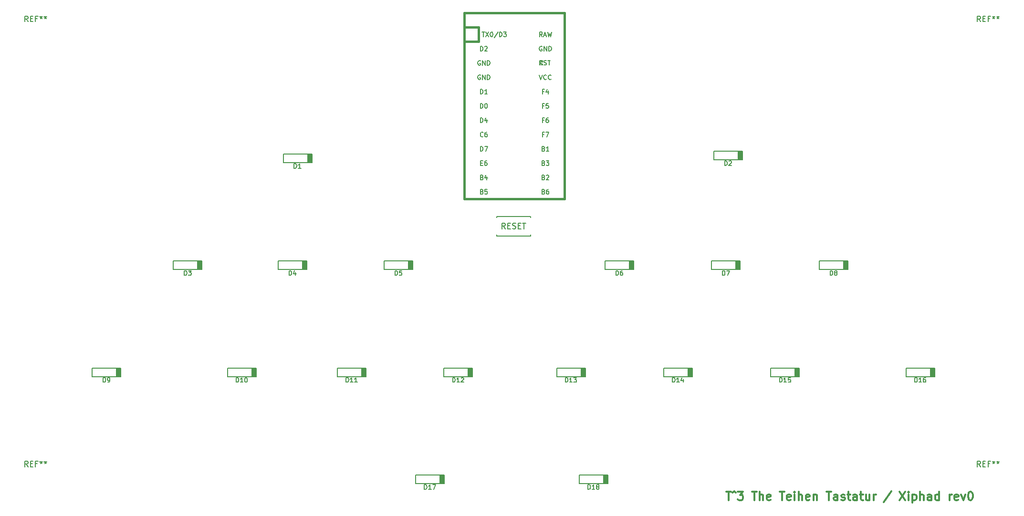
<source format=gbr>
G04 #@! TF.GenerationSoftware,KiCad,Pcbnew,(5.1.2-1)-1*
G04 #@! TF.CreationDate,2020-06-20T08:49:02+09:00*
G04 #@! TF.ProjectId,xipad,78697061-642e-46b6-9963-61645f706362,rev?*
G04 #@! TF.SameCoordinates,Original*
G04 #@! TF.FileFunction,Legend,Top*
G04 #@! TF.FilePolarity,Positive*
%FSLAX46Y46*%
G04 Gerber Fmt 4.6, Leading zero omitted, Abs format (unit mm)*
G04 Created by KiCad (PCBNEW (5.1.2-1)-1) date 2020-06-20 08:49:02*
%MOMM*%
%LPD*%
G04 APERTURE LIST*
%ADD10C,0.300000*%
%ADD11C,0.150000*%
%ADD12C,0.381000*%
G04 APERTURE END LIST*
D10*
X138535714Y-66178571D02*
X139392857Y-66178571D01*
X138964285Y-67678571D02*
X138964285Y-66178571D01*
X139678571Y-66321428D02*
X139964285Y-66107142D01*
X140250000Y-66321428D01*
X140607142Y-66178571D02*
X141535714Y-66178571D01*
X141035714Y-66750000D01*
X141250000Y-66750000D01*
X141392857Y-66821428D01*
X141464285Y-66892857D01*
X141535714Y-67035714D01*
X141535714Y-67392857D01*
X141464285Y-67535714D01*
X141392857Y-67607142D01*
X141250000Y-67678571D01*
X140821428Y-67678571D01*
X140678571Y-67607142D01*
X140607142Y-67535714D01*
X143107142Y-66178571D02*
X143964285Y-66178571D01*
X143535714Y-67678571D02*
X143535714Y-66178571D01*
X144464285Y-67678571D02*
X144464285Y-66178571D01*
X145107142Y-67678571D02*
X145107142Y-66892857D01*
X145035714Y-66750000D01*
X144892857Y-66678571D01*
X144678571Y-66678571D01*
X144535714Y-66750000D01*
X144464285Y-66821428D01*
X146392857Y-67607142D02*
X146250000Y-67678571D01*
X145964285Y-67678571D01*
X145821428Y-67607142D01*
X145750000Y-67464285D01*
X145750000Y-66892857D01*
X145821428Y-66750000D01*
X145964285Y-66678571D01*
X146250000Y-66678571D01*
X146392857Y-66750000D01*
X146464285Y-66892857D01*
X146464285Y-67035714D01*
X145750000Y-67178571D01*
X148035714Y-66178571D02*
X148892857Y-66178571D01*
X148464285Y-67678571D02*
X148464285Y-66178571D01*
X149964285Y-67607142D02*
X149821428Y-67678571D01*
X149535714Y-67678571D01*
X149392857Y-67607142D01*
X149321428Y-67464285D01*
X149321428Y-66892857D01*
X149392857Y-66750000D01*
X149535714Y-66678571D01*
X149821428Y-66678571D01*
X149964285Y-66750000D01*
X150035714Y-66892857D01*
X150035714Y-67035714D01*
X149321428Y-67178571D01*
X150678571Y-67678571D02*
X150678571Y-66678571D01*
X150678571Y-66178571D02*
X150607142Y-66250000D01*
X150678571Y-66321428D01*
X150750000Y-66250000D01*
X150678571Y-66178571D01*
X150678571Y-66321428D01*
X151392857Y-67678571D02*
X151392857Y-66178571D01*
X152035714Y-67678571D02*
X152035714Y-66892857D01*
X151964285Y-66750000D01*
X151821428Y-66678571D01*
X151607142Y-66678571D01*
X151464285Y-66750000D01*
X151392857Y-66821428D01*
X153321428Y-67607142D02*
X153178571Y-67678571D01*
X152892857Y-67678571D01*
X152750000Y-67607142D01*
X152678571Y-67464285D01*
X152678571Y-66892857D01*
X152750000Y-66750000D01*
X152892857Y-66678571D01*
X153178571Y-66678571D01*
X153321428Y-66750000D01*
X153392857Y-66892857D01*
X153392857Y-67035714D01*
X152678571Y-67178571D01*
X154035714Y-66678571D02*
X154035714Y-67678571D01*
X154035714Y-66821428D02*
X154107142Y-66750000D01*
X154250000Y-66678571D01*
X154464285Y-66678571D01*
X154607142Y-66750000D01*
X154678571Y-66892857D01*
X154678571Y-67678571D01*
X156321428Y-66178571D02*
X157178571Y-66178571D01*
X156750000Y-67678571D02*
X156750000Y-66178571D01*
X158321428Y-67678571D02*
X158321428Y-66892857D01*
X158250000Y-66750000D01*
X158107142Y-66678571D01*
X157821428Y-66678571D01*
X157678571Y-66750000D01*
X158321428Y-67607142D02*
X158178571Y-67678571D01*
X157821428Y-67678571D01*
X157678571Y-67607142D01*
X157607142Y-67464285D01*
X157607142Y-67321428D01*
X157678571Y-67178571D01*
X157821428Y-67107142D01*
X158178571Y-67107142D01*
X158321428Y-67035714D01*
X158964285Y-67607142D02*
X159107142Y-67678571D01*
X159392857Y-67678571D01*
X159535714Y-67607142D01*
X159607142Y-67464285D01*
X159607142Y-67392857D01*
X159535714Y-67250000D01*
X159392857Y-67178571D01*
X159178571Y-67178571D01*
X159035714Y-67107142D01*
X158964285Y-66964285D01*
X158964285Y-66892857D01*
X159035714Y-66750000D01*
X159178571Y-66678571D01*
X159392857Y-66678571D01*
X159535714Y-66750000D01*
X160035714Y-66678571D02*
X160607142Y-66678571D01*
X160250000Y-66178571D02*
X160250000Y-67464285D01*
X160321428Y-67607142D01*
X160464285Y-67678571D01*
X160607142Y-67678571D01*
X161750000Y-67678571D02*
X161750000Y-66892857D01*
X161678571Y-66750000D01*
X161535714Y-66678571D01*
X161250000Y-66678571D01*
X161107142Y-66750000D01*
X161750000Y-67607142D02*
X161607142Y-67678571D01*
X161250000Y-67678571D01*
X161107142Y-67607142D01*
X161035714Y-67464285D01*
X161035714Y-67321428D01*
X161107142Y-67178571D01*
X161250000Y-67107142D01*
X161607142Y-67107142D01*
X161750000Y-67035714D01*
X162250000Y-66678571D02*
X162821428Y-66678571D01*
X162464285Y-66178571D02*
X162464285Y-67464285D01*
X162535714Y-67607142D01*
X162678571Y-67678571D01*
X162821428Y-67678571D01*
X163964285Y-66678571D02*
X163964285Y-67678571D01*
X163321428Y-66678571D02*
X163321428Y-67464285D01*
X163392857Y-67607142D01*
X163535714Y-67678571D01*
X163750000Y-67678571D01*
X163892857Y-67607142D01*
X163964285Y-67535714D01*
X164678571Y-67678571D02*
X164678571Y-66678571D01*
X164678571Y-66964285D02*
X164750000Y-66821428D01*
X164821428Y-66750000D01*
X164964285Y-66678571D01*
X165107142Y-66678571D01*
X167821428Y-66107142D02*
X166535714Y-68035714D01*
X169321428Y-66178571D02*
X170321428Y-67678571D01*
X170321428Y-66178571D02*
X169321428Y-67678571D01*
X170892857Y-67678571D02*
X170892857Y-66678571D01*
X170892857Y-66178571D02*
X170821428Y-66250000D01*
X170892857Y-66321428D01*
X170964285Y-66250000D01*
X170892857Y-66178571D01*
X170892857Y-66321428D01*
X171607142Y-66678571D02*
X171607142Y-68178571D01*
X171607142Y-66750000D02*
X171750000Y-66678571D01*
X172035714Y-66678571D01*
X172178571Y-66750000D01*
X172250000Y-66821428D01*
X172321428Y-66964285D01*
X172321428Y-67392857D01*
X172250000Y-67535714D01*
X172178571Y-67607142D01*
X172035714Y-67678571D01*
X171750000Y-67678571D01*
X171607142Y-67607142D01*
X172964285Y-67678571D02*
X172964285Y-66178571D01*
X173607142Y-67678571D02*
X173607142Y-66892857D01*
X173535714Y-66750000D01*
X173392857Y-66678571D01*
X173178571Y-66678571D01*
X173035714Y-66750000D01*
X172964285Y-66821428D01*
X174964285Y-67678571D02*
X174964285Y-66892857D01*
X174892857Y-66750000D01*
X174750000Y-66678571D01*
X174464285Y-66678571D01*
X174321428Y-66750000D01*
X174964285Y-67607142D02*
X174821428Y-67678571D01*
X174464285Y-67678571D01*
X174321428Y-67607142D01*
X174250000Y-67464285D01*
X174250000Y-67321428D01*
X174321428Y-67178571D01*
X174464285Y-67107142D01*
X174821428Y-67107142D01*
X174964285Y-67035714D01*
X176321428Y-67678571D02*
X176321428Y-66178571D01*
X176321428Y-67607142D02*
X176178571Y-67678571D01*
X175892857Y-67678571D01*
X175750000Y-67607142D01*
X175678571Y-67535714D01*
X175607142Y-67392857D01*
X175607142Y-66964285D01*
X175678571Y-66821428D01*
X175750000Y-66750000D01*
X175892857Y-66678571D01*
X176178571Y-66678571D01*
X176321428Y-66750000D01*
X178178571Y-67678571D02*
X178178571Y-66678571D01*
X178178571Y-66964285D02*
X178250000Y-66821428D01*
X178321428Y-66750000D01*
X178464285Y-66678571D01*
X178607142Y-66678571D01*
X179678571Y-67607142D02*
X179535714Y-67678571D01*
X179250000Y-67678571D01*
X179107142Y-67607142D01*
X179035714Y-67464285D01*
X179035714Y-66892857D01*
X179107142Y-66750000D01*
X179250000Y-66678571D01*
X179535714Y-66678571D01*
X179678571Y-66750000D01*
X179750000Y-66892857D01*
X179750000Y-67035714D01*
X179035714Y-67178571D01*
X180250000Y-66678571D02*
X180607142Y-67678571D01*
X180964285Y-66678571D01*
X181821428Y-66178571D02*
X181964285Y-66178571D01*
X182107142Y-66250000D01*
X182178571Y-66321428D01*
X182250000Y-66464285D01*
X182321428Y-66750000D01*
X182321428Y-67107142D01*
X182250000Y-67392857D01*
X182178571Y-67535714D01*
X182107142Y-67607142D01*
X181964285Y-67678571D01*
X181821428Y-67678571D01*
X181678571Y-67607142D01*
X181607142Y-67535714D01*
X181535714Y-67392857D01*
X181464285Y-67107142D01*
X181464285Y-66750000D01*
X181535714Y-66464285D01*
X181607142Y-66321428D01*
X181678571Y-66250000D01*
X181821428Y-66178571D01*
D11*
X97812600Y-20800000D02*
X103812600Y-20800000D01*
X103812600Y-20800000D02*
X103812600Y-20550000D01*
X97812600Y-20800000D02*
X97812600Y-20550000D01*
X97812600Y-17300000D02*
X97812600Y-17550000D01*
X97812600Y-17300000D02*
X103812600Y-17300000D01*
X103812600Y-17300000D02*
X103812600Y-17550000D01*
X64278000Y-7762000D02*
X64278000Y-6238000D01*
X64405000Y-7762000D02*
X64405000Y-6238000D01*
X64532000Y-6238000D02*
X64532000Y-7762000D01*
X64913000Y-7762000D02*
X64913000Y-6238000D01*
X64786000Y-6238000D02*
X64786000Y-7762000D01*
X64659000Y-7762000D02*
X64659000Y-6238000D01*
X59960000Y-7762000D02*
X60468000Y-7762000D01*
X59960000Y-6238000D02*
X59960000Y-7762000D01*
X65040000Y-6238000D02*
X59960000Y-6238000D01*
X65040000Y-7762000D02*
X65040000Y-6238000D01*
X59960000Y-7762000D02*
X65040000Y-7762000D01*
X136360000Y-7262000D02*
X141440000Y-7262000D01*
X141440000Y-7262000D02*
X141440000Y-5738000D01*
X141440000Y-5738000D02*
X136360000Y-5738000D01*
X136360000Y-5738000D02*
X136360000Y-7262000D01*
X136360000Y-7262000D02*
X136868000Y-7262000D01*
X141059000Y-7262000D02*
X141059000Y-5738000D01*
X141186000Y-5738000D02*
X141186000Y-7262000D01*
X141313000Y-7262000D02*
X141313000Y-5738000D01*
X140932000Y-5738000D02*
X140932000Y-7262000D01*
X140805000Y-7262000D02*
X140805000Y-5738000D01*
X140678000Y-7262000D02*
X140678000Y-5738000D01*
X44778000Y-26762000D02*
X44778000Y-25238000D01*
X44905000Y-26762000D02*
X44905000Y-25238000D01*
X45032000Y-25238000D02*
X45032000Y-26762000D01*
X45413000Y-26762000D02*
X45413000Y-25238000D01*
X45286000Y-25238000D02*
X45286000Y-26762000D01*
X45159000Y-26762000D02*
X45159000Y-25238000D01*
X40460000Y-26762000D02*
X40968000Y-26762000D01*
X40460000Y-25238000D02*
X40460000Y-26762000D01*
X45540000Y-25238000D02*
X40460000Y-25238000D01*
X45540000Y-26762000D02*
X45540000Y-25238000D01*
X40460000Y-26762000D02*
X45540000Y-26762000D01*
X63378000Y-26762000D02*
X63378000Y-25238000D01*
X63505000Y-26762000D02*
X63505000Y-25238000D01*
X63632000Y-25238000D02*
X63632000Y-26762000D01*
X64013000Y-26762000D02*
X64013000Y-25238000D01*
X63886000Y-25238000D02*
X63886000Y-26762000D01*
X63759000Y-26762000D02*
X63759000Y-25238000D01*
X59060000Y-26762000D02*
X59568000Y-26762000D01*
X59060000Y-25238000D02*
X59060000Y-26762000D01*
X64140000Y-25238000D02*
X59060000Y-25238000D01*
X64140000Y-26762000D02*
X64140000Y-25238000D01*
X59060000Y-26762000D02*
X64140000Y-26762000D01*
X77860000Y-26762000D02*
X82940000Y-26762000D01*
X82940000Y-26762000D02*
X82940000Y-25238000D01*
X82940000Y-25238000D02*
X77860000Y-25238000D01*
X77860000Y-25238000D02*
X77860000Y-26762000D01*
X77860000Y-26762000D02*
X78368000Y-26762000D01*
X82559000Y-26762000D02*
X82559000Y-25238000D01*
X82686000Y-25238000D02*
X82686000Y-26762000D01*
X82813000Y-26762000D02*
X82813000Y-25238000D01*
X82432000Y-25238000D02*
X82432000Y-26762000D01*
X82305000Y-26762000D02*
X82305000Y-25238000D01*
X82178000Y-26762000D02*
X82178000Y-25238000D01*
X117060000Y-26762000D02*
X122140000Y-26762000D01*
X122140000Y-26762000D02*
X122140000Y-25238000D01*
X122140000Y-25238000D02*
X117060000Y-25238000D01*
X117060000Y-25238000D02*
X117060000Y-26762000D01*
X117060000Y-26762000D02*
X117568000Y-26762000D01*
X121759000Y-26762000D02*
X121759000Y-25238000D01*
X121886000Y-25238000D02*
X121886000Y-26762000D01*
X122013000Y-26762000D02*
X122013000Y-25238000D01*
X121632000Y-25238000D02*
X121632000Y-26762000D01*
X121505000Y-26762000D02*
X121505000Y-25238000D01*
X121378000Y-26762000D02*
X121378000Y-25238000D01*
X135960000Y-26762000D02*
X141040000Y-26762000D01*
X141040000Y-26762000D02*
X141040000Y-25238000D01*
X141040000Y-25238000D02*
X135960000Y-25238000D01*
X135960000Y-25238000D02*
X135960000Y-26762000D01*
X135960000Y-26762000D02*
X136468000Y-26762000D01*
X140659000Y-26762000D02*
X140659000Y-25238000D01*
X140786000Y-25238000D02*
X140786000Y-26762000D01*
X140913000Y-26762000D02*
X140913000Y-25238000D01*
X140532000Y-25238000D02*
X140532000Y-26762000D01*
X140405000Y-26762000D02*
X140405000Y-25238000D01*
X140278000Y-26762000D02*
X140278000Y-25238000D01*
X155060000Y-26762000D02*
X160140000Y-26762000D01*
X160140000Y-26762000D02*
X160140000Y-25238000D01*
X160140000Y-25238000D02*
X155060000Y-25238000D01*
X155060000Y-25238000D02*
X155060000Y-26762000D01*
X155060000Y-26762000D02*
X155568000Y-26762000D01*
X159759000Y-26762000D02*
X159759000Y-25238000D01*
X159886000Y-25238000D02*
X159886000Y-26762000D01*
X160013000Y-26762000D02*
X160013000Y-25238000D01*
X159632000Y-25238000D02*
X159632000Y-26762000D01*
X159505000Y-26762000D02*
X159505000Y-25238000D01*
X159378000Y-26762000D02*
X159378000Y-25238000D01*
X30378000Y-45762000D02*
X30378000Y-44238000D01*
X30505000Y-45762000D02*
X30505000Y-44238000D01*
X30632000Y-44238000D02*
X30632000Y-45762000D01*
X31013000Y-45762000D02*
X31013000Y-44238000D01*
X30886000Y-44238000D02*
X30886000Y-45762000D01*
X30759000Y-45762000D02*
X30759000Y-44238000D01*
X26060000Y-45762000D02*
X26568000Y-45762000D01*
X26060000Y-44238000D02*
X26060000Y-45762000D01*
X31140000Y-44238000D02*
X26060000Y-44238000D01*
X31140000Y-45762000D02*
X31140000Y-44238000D01*
X26060000Y-45762000D02*
X31140000Y-45762000D01*
X54378000Y-45762000D02*
X54378000Y-44238000D01*
X54505000Y-45762000D02*
X54505000Y-44238000D01*
X54632000Y-44238000D02*
X54632000Y-45762000D01*
X55013000Y-45762000D02*
X55013000Y-44238000D01*
X54886000Y-44238000D02*
X54886000Y-45762000D01*
X54759000Y-45762000D02*
X54759000Y-44238000D01*
X50060000Y-45762000D02*
X50568000Y-45762000D01*
X50060000Y-44238000D02*
X50060000Y-45762000D01*
X55140000Y-44238000D02*
X50060000Y-44238000D01*
X55140000Y-45762000D02*
X55140000Y-44238000D01*
X50060000Y-45762000D02*
X55140000Y-45762000D01*
X73878000Y-45762000D02*
X73878000Y-44238000D01*
X74005000Y-45762000D02*
X74005000Y-44238000D01*
X74132000Y-44238000D02*
X74132000Y-45762000D01*
X74513000Y-45762000D02*
X74513000Y-44238000D01*
X74386000Y-44238000D02*
X74386000Y-45762000D01*
X74259000Y-45762000D02*
X74259000Y-44238000D01*
X69560000Y-45762000D02*
X70068000Y-45762000D01*
X69560000Y-44238000D02*
X69560000Y-45762000D01*
X74640000Y-44238000D02*
X69560000Y-44238000D01*
X74640000Y-45762000D02*
X74640000Y-44238000D01*
X69560000Y-45762000D02*
X74640000Y-45762000D01*
X92778000Y-45762000D02*
X92778000Y-44238000D01*
X92905000Y-45762000D02*
X92905000Y-44238000D01*
X93032000Y-44238000D02*
X93032000Y-45762000D01*
X93413000Y-45762000D02*
X93413000Y-44238000D01*
X93286000Y-44238000D02*
X93286000Y-45762000D01*
X93159000Y-45762000D02*
X93159000Y-44238000D01*
X88460000Y-45762000D02*
X88968000Y-45762000D01*
X88460000Y-44238000D02*
X88460000Y-45762000D01*
X93540000Y-44238000D02*
X88460000Y-44238000D01*
X93540000Y-45762000D02*
X93540000Y-44238000D01*
X88460000Y-45762000D02*
X93540000Y-45762000D01*
X112778000Y-45762000D02*
X112778000Y-44238000D01*
X112905000Y-45762000D02*
X112905000Y-44238000D01*
X113032000Y-44238000D02*
X113032000Y-45762000D01*
X113413000Y-45762000D02*
X113413000Y-44238000D01*
X113286000Y-44238000D02*
X113286000Y-45762000D01*
X113159000Y-45762000D02*
X113159000Y-44238000D01*
X108460000Y-45762000D02*
X108968000Y-45762000D01*
X108460000Y-44238000D02*
X108460000Y-45762000D01*
X113540000Y-44238000D02*
X108460000Y-44238000D01*
X113540000Y-45762000D02*
X113540000Y-44238000D01*
X108460000Y-45762000D02*
X113540000Y-45762000D01*
X127460000Y-45762000D02*
X132540000Y-45762000D01*
X132540000Y-45762000D02*
X132540000Y-44238000D01*
X132540000Y-44238000D02*
X127460000Y-44238000D01*
X127460000Y-44238000D02*
X127460000Y-45762000D01*
X127460000Y-45762000D02*
X127968000Y-45762000D01*
X132159000Y-45762000D02*
X132159000Y-44238000D01*
X132286000Y-44238000D02*
X132286000Y-45762000D01*
X132413000Y-45762000D02*
X132413000Y-44238000D01*
X132032000Y-44238000D02*
X132032000Y-45762000D01*
X131905000Y-45762000D02*
X131905000Y-44238000D01*
X131778000Y-45762000D02*
X131778000Y-44238000D01*
X146460000Y-45762000D02*
X151540000Y-45762000D01*
X151540000Y-45762000D02*
X151540000Y-44238000D01*
X151540000Y-44238000D02*
X146460000Y-44238000D01*
X146460000Y-44238000D02*
X146460000Y-45762000D01*
X146460000Y-45762000D02*
X146968000Y-45762000D01*
X151159000Y-45762000D02*
X151159000Y-44238000D01*
X151286000Y-44238000D02*
X151286000Y-45762000D01*
X151413000Y-45762000D02*
X151413000Y-44238000D01*
X151032000Y-44238000D02*
X151032000Y-45762000D01*
X150905000Y-45762000D02*
X150905000Y-44238000D01*
X150778000Y-45762000D02*
X150778000Y-44238000D01*
X170460000Y-45762000D02*
X175540000Y-45762000D01*
X175540000Y-45762000D02*
X175540000Y-44238000D01*
X175540000Y-44238000D02*
X170460000Y-44238000D01*
X170460000Y-44238000D02*
X170460000Y-45762000D01*
X170460000Y-45762000D02*
X170968000Y-45762000D01*
X175159000Y-45762000D02*
X175159000Y-44238000D01*
X175286000Y-44238000D02*
X175286000Y-45762000D01*
X175413000Y-45762000D02*
X175413000Y-44238000D01*
X175032000Y-44238000D02*
X175032000Y-45762000D01*
X174905000Y-45762000D02*
X174905000Y-44238000D01*
X174778000Y-45762000D02*
X174778000Y-44238000D01*
X87778000Y-64762000D02*
X87778000Y-63238000D01*
X87905000Y-64762000D02*
X87905000Y-63238000D01*
X88032000Y-63238000D02*
X88032000Y-64762000D01*
X88413000Y-64762000D02*
X88413000Y-63238000D01*
X88286000Y-63238000D02*
X88286000Y-64762000D01*
X88159000Y-64762000D02*
X88159000Y-63238000D01*
X83460000Y-64762000D02*
X83968000Y-64762000D01*
X83460000Y-63238000D02*
X83460000Y-64762000D01*
X88540000Y-63238000D02*
X83460000Y-63238000D01*
X88540000Y-64762000D02*
X88540000Y-63238000D01*
X83460000Y-64762000D02*
X88540000Y-64762000D01*
X112460000Y-64762000D02*
X117540000Y-64762000D01*
X117540000Y-64762000D02*
X117540000Y-63238000D01*
X117540000Y-63238000D02*
X112460000Y-63238000D01*
X112460000Y-63238000D02*
X112460000Y-64762000D01*
X112460000Y-64762000D02*
X112968000Y-64762000D01*
X117159000Y-64762000D02*
X117159000Y-63238000D01*
X117286000Y-63238000D02*
X117286000Y-64762000D01*
X117413000Y-64762000D02*
X117413000Y-63238000D01*
X117032000Y-63238000D02*
X117032000Y-64762000D01*
X116905000Y-64762000D02*
X116905000Y-63238000D01*
X116778000Y-64762000D02*
X116778000Y-63238000D01*
D12*
X92110000Y16240000D02*
X92110000Y-14240000D01*
X92110000Y-14240000D02*
X109890000Y-14240000D01*
X109890000Y-14240000D02*
X109890000Y16240000D01*
X94650000Y16240000D02*
X94650000Y13700000D01*
X94650000Y13700000D02*
X92110000Y13700000D01*
D11*
G36*
X105931568Y10360640D02*
G01*
X105931568Y10060640D01*
X105831568Y10060640D01*
X105831568Y10360640D01*
X105931568Y10360640D01*
G37*
X105931568Y10360640D02*
X105931568Y10060640D01*
X105831568Y10060640D01*
X105831568Y10360640D01*
X105931568Y10360640D01*
G36*
X105731568Y9960640D02*
G01*
X105731568Y9860640D01*
X105631568Y9860640D01*
X105631568Y9960640D01*
X105731568Y9960640D01*
G37*
X105731568Y9960640D02*
X105731568Y9860640D01*
X105631568Y9860640D01*
X105631568Y9960640D01*
X105731568Y9960640D01*
G36*
X105931568Y10360640D02*
G01*
X105931568Y10260640D01*
X105431568Y10260640D01*
X105431568Y10360640D01*
X105931568Y10360640D01*
G37*
X105931568Y10360640D02*
X105931568Y10260640D01*
X105431568Y10260640D01*
X105431568Y10360640D01*
X105931568Y10360640D01*
G36*
X105531568Y10360640D02*
G01*
X105531568Y9560640D01*
X105431568Y9560640D01*
X105431568Y10360640D01*
X105531568Y10360640D01*
G37*
X105531568Y10360640D02*
X105531568Y9560640D01*
X105431568Y9560640D01*
X105431568Y10360640D01*
X105531568Y10360640D01*
G36*
X105931568Y9760640D02*
G01*
X105931568Y9560640D01*
X105831568Y9560640D01*
X105831568Y9760640D01*
X105931568Y9760640D01*
G37*
X105931568Y9760640D02*
X105931568Y9560640D01*
X105831568Y9560640D01*
X105831568Y9760640D01*
X105931568Y9760640D01*
D12*
X109890000Y16240000D02*
X109890000Y18780000D01*
X109890000Y18780000D02*
X92110000Y18780000D01*
X92110000Y18780000D02*
X92110000Y16240000D01*
X94650000Y16240000D02*
X92110000Y16240000D01*
D11*
X99360219Y-19502380D02*
X99026885Y-19026190D01*
X98788790Y-19502380D02*
X98788790Y-18502380D01*
X99169742Y-18502380D01*
X99264980Y-18550000D01*
X99312600Y-18597619D01*
X99360219Y-18692857D01*
X99360219Y-18835714D01*
X99312600Y-18930952D01*
X99264980Y-18978571D01*
X99169742Y-19026190D01*
X98788790Y-19026190D01*
X99788790Y-18978571D02*
X100122123Y-18978571D01*
X100264980Y-19502380D02*
X99788790Y-19502380D01*
X99788790Y-18502380D01*
X100264980Y-18502380D01*
X100645933Y-19454761D02*
X100788790Y-19502380D01*
X101026885Y-19502380D01*
X101122123Y-19454761D01*
X101169742Y-19407142D01*
X101217361Y-19311904D01*
X101217361Y-19216666D01*
X101169742Y-19121428D01*
X101122123Y-19073809D01*
X101026885Y-19026190D01*
X100836409Y-18978571D01*
X100741171Y-18930952D01*
X100693552Y-18883333D01*
X100645933Y-18788095D01*
X100645933Y-18692857D01*
X100693552Y-18597619D01*
X100741171Y-18550000D01*
X100836409Y-18502380D01*
X101074504Y-18502380D01*
X101217361Y-18550000D01*
X101645933Y-18978571D02*
X101979266Y-18978571D01*
X102122123Y-19502380D02*
X101645933Y-19502380D01*
X101645933Y-18502380D01*
X102122123Y-18502380D01*
X102407838Y-18502380D02*
X102979266Y-18502380D01*
X102693552Y-19502380D02*
X102693552Y-18502380D01*
X183666666Y17247619D02*
X183333333Y17723809D01*
X183095238Y17247619D02*
X183095238Y18247619D01*
X183476190Y18247619D01*
X183571428Y18200000D01*
X183619047Y18152380D01*
X183666666Y18057142D01*
X183666666Y17914285D01*
X183619047Y17819047D01*
X183571428Y17771428D01*
X183476190Y17723809D01*
X183095238Y17723809D01*
X184095238Y17771428D02*
X184428571Y17771428D01*
X184571428Y17247619D02*
X184095238Y17247619D01*
X184095238Y18247619D01*
X184571428Y18247619D01*
X185333333Y17771428D02*
X185000000Y17771428D01*
X185000000Y17247619D02*
X185000000Y18247619D01*
X185476190Y18247619D01*
X186000000Y18247619D02*
X186000000Y18009523D01*
X185761904Y18104761D02*
X186000000Y18009523D01*
X186238095Y18104761D01*
X185857142Y17819047D02*
X186000000Y18009523D01*
X186142857Y17819047D01*
X186761904Y18247619D02*
X186761904Y18009523D01*
X186523809Y18104761D02*
X186761904Y18009523D01*
X187000000Y18104761D01*
X186619047Y17819047D02*
X186761904Y18009523D01*
X186904761Y17819047D01*
X183666666Y-61752380D02*
X183333333Y-61276190D01*
X183095238Y-61752380D02*
X183095238Y-60752380D01*
X183476190Y-60752380D01*
X183571428Y-60800000D01*
X183619047Y-60847619D01*
X183666666Y-60942857D01*
X183666666Y-61085714D01*
X183619047Y-61180952D01*
X183571428Y-61228571D01*
X183476190Y-61276190D01*
X183095238Y-61276190D01*
X184095238Y-61228571D02*
X184428571Y-61228571D01*
X184571428Y-61752380D02*
X184095238Y-61752380D01*
X184095238Y-60752380D01*
X184571428Y-60752380D01*
X185333333Y-61228571D02*
X185000000Y-61228571D01*
X185000000Y-61752380D02*
X185000000Y-60752380D01*
X185476190Y-60752380D01*
X186000000Y-60752380D02*
X186000000Y-60990476D01*
X185761904Y-60895238D02*
X186000000Y-60990476D01*
X186238095Y-60895238D01*
X185857142Y-61180952D02*
X186000000Y-60990476D01*
X186142857Y-61180952D01*
X186761904Y-60752380D02*
X186761904Y-60990476D01*
X186523809Y-60895238D02*
X186761904Y-60990476D01*
X187000000Y-60895238D01*
X186619047Y-61180952D02*
X186761904Y-60990476D01*
X186904761Y-61180952D01*
X14666666Y-61752380D02*
X14333333Y-61276190D01*
X14095238Y-61752380D02*
X14095238Y-60752380D01*
X14476190Y-60752380D01*
X14571428Y-60800000D01*
X14619047Y-60847619D01*
X14666666Y-60942857D01*
X14666666Y-61085714D01*
X14619047Y-61180952D01*
X14571428Y-61228571D01*
X14476190Y-61276190D01*
X14095238Y-61276190D01*
X15095238Y-61228571D02*
X15428571Y-61228571D01*
X15571428Y-61752380D02*
X15095238Y-61752380D01*
X15095238Y-60752380D01*
X15571428Y-60752380D01*
X16333333Y-61228571D02*
X16000000Y-61228571D01*
X16000000Y-61752380D02*
X16000000Y-60752380D01*
X16476190Y-60752380D01*
X17000000Y-60752380D02*
X17000000Y-60990476D01*
X16761904Y-60895238D02*
X17000000Y-60990476D01*
X17238095Y-60895238D01*
X16857142Y-61180952D02*
X17000000Y-60990476D01*
X17142857Y-61180952D01*
X17761904Y-60752380D02*
X17761904Y-60990476D01*
X17523809Y-60895238D02*
X17761904Y-60990476D01*
X18000000Y-60895238D01*
X17619047Y-61180952D02*
X17761904Y-60990476D01*
X17904761Y-61180952D01*
X14666666Y17247619D02*
X14333333Y17723809D01*
X14095238Y17247619D02*
X14095238Y18247619D01*
X14476190Y18247619D01*
X14571428Y18200000D01*
X14619047Y18152380D01*
X14666666Y18057142D01*
X14666666Y17914285D01*
X14619047Y17819047D01*
X14571428Y17771428D01*
X14476190Y17723809D01*
X14095238Y17723809D01*
X15095238Y17771428D02*
X15428571Y17771428D01*
X15571428Y17247619D02*
X15095238Y17247619D01*
X15095238Y18247619D01*
X15571428Y18247619D01*
X16333333Y17771428D02*
X16000000Y17771428D01*
X16000000Y17247619D02*
X16000000Y18247619D01*
X16476190Y18247619D01*
X17000000Y18247619D02*
X17000000Y18009523D01*
X16761904Y18104761D02*
X17000000Y18009523D01*
X17238095Y18104761D01*
X16857142Y17819047D02*
X17000000Y18009523D01*
X17142857Y17819047D01*
X17761904Y18247619D02*
X17761904Y18009523D01*
X17523809Y18104761D02*
X17761904Y18009523D01*
X18000000Y18104761D01*
X17619047Y17819047D02*
X17761904Y18009523D01*
X17904761Y17819047D01*
X61884123Y-8761904D02*
X61884123Y-7961904D01*
X62074600Y-7961904D01*
X62188885Y-8000000D01*
X62265076Y-8076190D01*
X62303171Y-8152380D01*
X62341266Y-8304761D01*
X62341266Y-8419047D01*
X62303171Y-8571428D01*
X62265076Y-8647619D01*
X62188885Y-8723809D01*
X62074600Y-8761904D01*
X61884123Y-8761904D01*
X63103171Y-8761904D02*
X62646028Y-8761904D01*
X62874600Y-8761904D02*
X62874600Y-7961904D01*
X62798409Y-8076190D01*
X62722219Y-8152380D01*
X62646028Y-8190476D01*
X138284123Y-8261904D02*
X138284123Y-7461904D01*
X138474600Y-7461904D01*
X138588885Y-7500000D01*
X138665076Y-7576190D01*
X138703171Y-7652380D01*
X138741266Y-7804761D01*
X138741266Y-7919047D01*
X138703171Y-8071428D01*
X138665076Y-8147619D01*
X138588885Y-8223809D01*
X138474600Y-8261904D01*
X138284123Y-8261904D01*
X139046028Y-7538095D02*
X139084123Y-7500000D01*
X139160314Y-7461904D01*
X139350790Y-7461904D01*
X139426980Y-7500000D01*
X139465076Y-7538095D01*
X139503171Y-7614285D01*
X139503171Y-7690476D01*
X139465076Y-7804761D01*
X139007933Y-8261904D01*
X139503171Y-8261904D01*
X42384123Y-27761904D02*
X42384123Y-26961904D01*
X42574600Y-26961904D01*
X42688885Y-27000000D01*
X42765076Y-27076190D01*
X42803171Y-27152380D01*
X42841266Y-27304761D01*
X42841266Y-27419047D01*
X42803171Y-27571428D01*
X42765076Y-27647619D01*
X42688885Y-27723809D01*
X42574600Y-27761904D01*
X42384123Y-27761904D01*
X43107933Y-26961904D02*
X43603171Y-26961904D01*
X43336504Y-27266666D01*
X43450790Y-27266666D01*
X43526980Y-27304761D01*
X43565076Y-27342857D01*
X43603171Y-27419047D01*
X43603171Y-27609523D01*
X43565076Y-27685714D01*
X43526980Y-27723809D01*
X43450790Y-27761904D01*
X43222219Y-27761904D01*
X43146028Y-27723809D01*
X43107933Y-27685714D01*
X60984123Y-27761904D02*
X60984123Y-26961904D01*
X61174600Y-26961904D01*
X61288885Y-27000000D01*
X61365076Y-27076190D01*
X61403171Y-27152380D01*
X61441266Y-27304761D01*
X61441266Y-27419047D01*
X61403171Y-27571428D01*
X61365076Y-27647619D01*
X61288885Y-27723809D01*
X61174600Y-27761904D01*
X60984123Y-27761904D01*
X62126980Y-27228571D02*
X62126980Y-27761904D01*
X61936504Y-26923809D02*
X61746028Y-27495238D01*
X62241266Y-27495238D01*
X79784123Y-27761904D02*
X79784123Y-26961904D01*
X79974600Y-26961904D01*
X80088885Y-27000000D01*
X80165076Y-27076190D01*
X80203171Y-27152380D01*
X80241266Y-27304761D01*
X80241266Y-27419047D01*
X80203171Y-27571428D01*
X80165076Y-27647619D01*
X80088885Y-27723809D01*
X79974600Y-27761904D01*
X79784123Y-27761904D01*
X80965076Y-26961904D02*
X80584123Y-26961904D01*
X80546028Y-27342857D01*
X80584123Y-27304761D01*
X80660314Y-27266666D01*
X80850790Y-27266666D01*
X80926980Y-27304761D01*
X80965076Y-27342857D01*
X81003171Y-27419047D01*
X81003171Y-27609523D01*
X80965076Y-27685714D01*
X80926980Y-27723809D01*
X80850790Y-27761904D01*
X80660314Y-27761904D01*
X80584123Y-27723809D01*
X80546028Y-27685714D01*
X118984123Y-27761904D02*
X118984123Y-26961904D01*
X119174600Y-26961904D01*
X119288885Y-27000000D01*
X119365076Y-27076190D01*
X119403171Y-27152380D01*
X119441266Y-27304761D01*
X119441266Y-27419047D01*
X119403171Y-27571428D01*
X119365076Y-27647619D01*
X119288885Y-27723809D01*
X119174600Y-27761904D01*
X118984123Y-27761904D01*
X120126980Y-26961904D02*
X119974600Y-26961904D01*
X119898409Y-27000000D01*
X119860314Y-27038095D01*
X119784123Y-27152380D01*
X119746028Y-27304761D01*
X119746028Y-27609523D01*
X119784123Y-27685714D01*
X119822219Y-27723809D01*
X119898409Y-27761904D01*
X120050790Y-27761904D01*
X120126980Y-27723809D01*
X120165076Y-27685714D01*
X120203171Y-27609523D01*
X120203171Y-27419047D01*
X120165076Y-27342857D01*
X120126980Y-27304761D01*
X120050790Y-27266666D01*
X119898409Y-27266666D01*
X119822219Y-27304761D01*
X119784123Y-27342857D01*
X119746028Y-27419047D01*
X137884123Y-27761904D02*
X137884123Y-26961904D01*
X138074600Y-26961904D01*
X138188885Y-27000000D01*
X138265076Y-27076190D01*
X138303171Y-27152380D01*
X138341266Y-27304761D01*
X138341266Y-27419047D01*
X138303171Y-27571428D01*
X138265076Y-27647619D01*
X138188885Y-27723809D01*
X138074600Y-27761904D01*
X137884123Y-27761904D01*
X138607933Y-26961904D02*
X139141266Y-26961904D01*
X138798409Y-27761904D01*
X156984123Y-27761904D02*
X156984123Y-26961904D01*
X157174600Y-26961904D01*
X157288885Y-27000000D01*
X157365076Y-27076190D01*
X157403171Y-27152380D01*
X157441266Y-27304761D01*
X157441266Y-27419047D01*
X157403171Y-27571428D01*
X157365076Y-27647619D01*
X157288885Y-27723809D01*
X157174600Y-27761904D01*
X156984123Y-27761904D01*
X157898409Y-27304761D02*
X157822219Y-27266666D01*
X157784123Y-27228571D01*
X157746028Y-27152380D01*
X157746028Y-27114285D01*
X157784123Y-27038095D01*
X157822219Y-27000000D01*
X157898409Y-26961904D01*
X158050790Y-26961904D01*
X158126980Y-27000000D01*
X158165076Y-27038095D01*
X158203171Y-27114285D01*
X158203171Y-27152380D01*
X158165076Y-27228571D01*
X158126980Y-27266666D01*
X158050790Y-27304761D01*
X157898409Y-27304761D01*
X157822219Y-27342857D01*
X157784123Y-27380952D01*
X157746028Y-27457142D01*
X157746028Y-27609523D01*
X157784123Y-27685714D01*
X157822219Y-27723809D01*
X157898409Y-27761904D01*
X158050790Y-27761904D01*
X158126980Y-27723809D01*
X158165076Y-27685714D01*
X158203171Y-27609523D01*
X158203171Y-27457142D01*
X158165076Y-27380952D01*
X158126980Y-27342857D01*
X158050790Y-27304761D01*
X27984123Y-46761904D02*
X27984123Y-45961904D01*
X28174600Y-45961904D01*
X28288885Y-46000000D01*
X28365076Y-46076190D01*
X28403171Y-46152380D01*
X28441266Y-46304761D01*
X28441266Y-46419047D01*
X28403171Y-46571428D01*
X28365076Y-46647619D01*
X28288885Y-46723809D01*
X28174600Y-46761904D01*
X27984123Y-46761904D01*
X28822219Y-46761904D02*
X28974600Y-46761904D01*
X29050790Y-46723809D01*
X29088885Y-46685714D01*
X29165076Y-46571428D01*
X29203171Y-46419047D01*
X29203171Y-46114285D01*
X29165076Y-46038095D01*
X29126980Y-46000000D01*
X29050790Y-45961904D01*
X28898409Y-45961904D01*
X28822219Y-46000000D01*
X28784123Y-46038095D01*
X28746028Y-46114285D01*
X28746028Y-46304761D01*
X28784123Y-46380952D01*
X28822219Y-46419047D01*
X28898409Y-46457142D01*
X29050790Y-46457142D01*
X29126980Y-46419047D01*
X29165076Y-46380952D01*
X29203171Y-46304761D01*
X51603171Y-46761904D02*
X51603171Y-45961904D01*
X51793647Y-45961904D01*
X51907933Y-46000000D01*
X51984123Y-46076190D01*
X52022219Y-46152380D01*
X52060314Y-46304761D01*
X52060314Y-46419047D01*
X52022219Y-46571428D01*
X51984123Y-46647619D01*
X51907933Y-46723809D01*
X51793647Y-46761904D01*
X51603171Y-46761904D01*
X52822219Y-46761904D02*
X52365076Y-46761904D01*
X52593647Y-46761904D02*
X52593647Y-45961904D01*
X52517457Y-46076190D01*
X52441266Y-46152380D01*
X52365076Y-46190476D01*
X53317457Y-45961904D02*
X53393647Y-45961904D01*
X53469838Y-46000000D01*
X53507933Y-46038095D01*
X53546028Y-46114285D01*
X53584123Y-46266666D01*
X53584123Y-46457142D01*
X53546028Y-46609523D01*
X53507933Y-46685714D01*
X53469838Y-46723809D01*
X53393647Y-46761904D01*
X53317457Y-46761904D01*
X53241266Y-46723809D01*
X53203171Y-46685714D01*
X53165076Y-46609523D01*
X53126980Y-46457142D01*
X53126980Y-46266666D01*
X53165076Y-46114285D01*
X53203171Y-46038095D01*
X53241266Y-46000000D01*
X53317457Y-45961904D01*
X71103171Y-46761904D02*
X71103171Y-45961904D01*
X71293647Y-45961904D01*
X71407933Y-46000000D01*
X71484123Y-46076190D01*
X71522219Y-46152380D01*
X71560314Y-46304761D01*
X71560314Y-46419047D01*
X71522219Y-46571428D01*
X71484123Y-46647619D01*
X71407933Y-46723809D01*
X71293647Y-46761904D01*
X71103171Y-46761904D01*
X72322219Y-46761904D02*
X71865076Y-46761904D01*
X72093647Y-46761904D02*
X72093647Y-45961904D01*
X72017457Y-46076190D01*
X71941266Y-46152380D01*
X71865076Y-46190476D01*
X73084123Y-46761904D02*
X72626980Y-46761904D01*
X72855552Y-46761904D02*
X72855552Y-45961904D01*
X72779361Y-46076190D01*
X72703171Y-46152380D01*
X72626980Y-46190476D01*
X90003171Y-46761904D02*
X90003171Y-45961904D01*
X90193647Y-45961904D01*
X90307933Y-46000000D01*
X90384123Y-46076190D01*
X90422219Y-46152380D01*
X90460314Y-46304761D01*
X90460314Y-46419047D01*
X90422219Y-46571428D01*
X90384123Y-46647619D01*
X90307933Y-46723809D01*
X90193647Y-46761904D01*
X90003171Y-46761904D01*
X91222219Y-46761904D02*
X90765076Y-46761904D01*
X90993647Y-46761904D02*
X90993647Y-45961904D01*
X90917457Y-46076190D01*
X90841266Y-46152380D01*
X90765076Y-46190476D01*
X91526980Y-46038095D02*
X91565076Y-46000000D01*
X91641266Y-45961904D01*
X91831742Y-45961904D01*
X91907933Y-46000000D01*
X91946028Y-46038095D01*
X91984123Y-46114285D01*
X91984123Y-46190476D01*
X91946028Y-46304761D01*
X91488885Y-46761904D01*
X91984123Y-46761904D01*
X110003171Y-46761904D02*
X110003171Y-45961904D01*
X110193647Y-45961904D01*
X110307933Y-46000000D01*
X110384123Y-46076190D01*
X110422219Y-46152380D01*
X110460314Y-46304761D01*
X110460314Y-46419047D01*
X110422219Y-46571428D01*
X110384123Y-46647619D01*
X110307933Y-46723809D01*
X110193647Y-46761904D01*
X110003171Y-46761904D01*
X111222219Y-46761904D02*
X110765076Y-46761904D01*
X110993647Y-46761904D02*
X110993647Y-45961904D01*
X110917457Y-46076190D01*
X110841266Y-46152380D01*
X110765076Y-46190476D01*
X111488885Y-45961904D02*
X111984123Y-45961904D01*
X111717457Y-46266666D01*
X111831742Y-46266666D01*
X111907933Y-46304761D01*
X111946028Y-46342857D01*
X111984123Y-46419047D01*
X111984123Y-46609523D01*
X111946028Y-46685714D01*
X111907933Y-46723809D01*
X111831742Y-46761904D01*
X111603171Y-46761904D01*
X111526980Y-46723809D01*
X111488885Y-46685714D01*
X129003171Y-46761904D02*
X129003171Y-45961904D01*
X129193647Y-45961904D01*
X129307933Y-46000000D01*
X129384123Y-46076190D01*
X129422219Y-46152380D01*
X129460314Y-46304761D01*
X129460314Y-46419047D01*
X129422219Y-46571428D01*
X129384123Y-46647619D01*
X129307933Y-46723809D01*
X129193647Y-46761904D01*
X129003171Y-46761904D01*
X130222219Y-46761904D02*
X129765076Y-46761904D01*
X129993647Y-46761904D02*
X129993647Y-45961904D01*
X129917457Y-46076190D01*
X129841266Y-46152380D01*
X129765076Y-46190476D01*
X130907933Y-46228571D02*
X130907933Y-46761904D01*
X130717457Y-45923809D02*
X130526980Y-46495238D01*
X131022219Y-46495238D01*
X148003171Y-46761904D02*
X148003171Y-45961904D01*
X148193647Y-45961904D01*
X148307933Y-46000000D01*
X148384123Y-46076190D01*
X148422219Y-46152380D01*
X148460314Y-46304761D01*
X148460314Y-46419047D01*
X148422219Y-46571428D01*
X148384123Y-46647619D01*
X148307933Y-46723809D01*
X148193647Y-46761904D01*
X148003171Y-46761904D01*
X149222219Y-46761904D02*
X148765076Y-46761904D01*
X148993647Y-46761904D02*
X148993647Y-45961904D01*
X148917457Y-46076190D01*
X148841266Y-46152380D01*
X148765076Y-46190476D01*
X149946028Y-45961904D02*
X149565076Y-45961904D01*
X149526980Y-46342857D01*
X149565076Y-46304761D01*
X149641266Y-46266666D01*
X149831742Y-46266666D01*
X149907933Y-46304761D01*
X149946028Y-46342857D01*
X149984123Y-46419047D01*
X149984123Y-46609523D01*
X149946028Y-46685714D01*
X149907933Y-46723809D01*
X149831742Y-46761904D01*
X149641266Y-46761904D01*
X149565076Y-46723809D01*
X149526980Y-46685714D01*
X172003171Y-46761904D02*
X172003171Y-45961904D01*
X172193647Y-45961904D01*
X172307933Y-46000000D01*
X172384123Y-46076190D01*
X172422219Y-46152380D01*
X172460314Y-46304761D01*
X172460314Y-46419047D01*
X172422219Y-46571428D01*
X172384123Y-46647619D01*
X172307933Y-46723809D01*
X172193647Y-46761904D01*
X172003171Y-46761904D01*
X173222219Y-46761904D02*
X172765076Y-46761904D01*
X172993647Y-46761904D02*
X172993647Y-45961904D01*
X172917457Y-46076190D01*
X172841266Y-46152380D01*
X172765076Y-46190476D01*
X173907933Y-45961904D02*
X173755552Y-45961904D01*
X173679361Y-46000000D01*
X173641266Y-46038095D01*
X173565076Y-46152380D01*
X173526980Y-46304761D01*
X173526980Y-46609523D01*
X173565076Y-46685714D01*
X173603171Y-46723809D01*
X173679361Y-46761904D01*
X173831742Y-46761904D01*
X173907933Y-46723809D01*
X173946028Y-46685714D01*
X173984123Y-46609523D01*
X173984123Y-46419047D01*
X173946028Y-46342857D01*
X173907933Y-46304761D01*
X173831742Y-46266666D01*
X173679361Y-46266666D01*
X173603171Y-46304761D01*
X173565076Y-46342857D01*
X173526980Y-46419047D01*
X85003171Y-65761904D02*
X85003171Y-64961904D01*
X85193647Y-64961904D01*
X85307933Y-65000000D01*
X85384123Y-65076190D01*
X85422219Y-65152380D01*
X85460314Y-65304761D01*
X85460314Y-65419047D01*
X85422219Y-65571428D01*
X85384123Y-65647619D01*
X85307933Y-65723809D01*
X85193647Y-65761904D01*
X85003171Y-65761904D01*
X86222219Y-65761904D02*
X85765076Y-65761904D01*
X85993647Y-65761904D02*
X85993647Y-64961904D01*
X85917457Y-65076190D01*
X85841266Y-65152380D01*
X85765076Y-65190476D01*
X86488885Y-64961904D02*
X87022219Y-64961904D01*
X86679361Y-65761904D01*
X114003171Y-65761904D02*
X114003171Y-64961904D01*
X114193647Y-64961904D01*
X114307933Y-65000000D01*
X114384123Y-65076190D01*
X114422219Y-65152380D01*
X114460314Y-65304761D01*
X114460314Y-65419047D01*
X114422219Y-65571428D01*
X114384123Y-65647619D01*
X114307933Y-65723809D01*
X114193647Y-65761904D01*
X114003171Y-65761904D01*
X115222219Y-65761904D02*
X114765076Y-65761904D01*
X114993647Y-65761904D02*
X114993647Y-64961904D01*
X114917457Y-65076190D01*
X114841266Y-65152380D01*
X114765076Y-65190476D01*
X115679361Y-65304761D02*
X115603171Y-65266666D01*
X115565076Y-65228571D01*
X115526980Y-65152380D01*
X115526980Y-65114285D01*
X115565076Y-65038095D01*
X115603171Y-65000000D01*
X115679361Y-64961904D01*
X115831742Y-64961904D01*
X115907933Y-65000000D01*
X115946028Y-65038095D01*
X115984123Y-65114285D01*
X115984123Y-65152380D01*
X115946028Y-65228571D01*
X115907933Y-65266666D01*
X115831742Y-65304761D01*
X115679361Y-65304761D01*
X115603171Y-65342857D01*
X115565076Y-65380952D01*
X115526980Y-65457142D01*
X115526980Y-65609523D01*
X115565076Y-65685714D01*
X115603171Y-65723809D01*
X115679361Y-65761904D01*
X115831742Y-65761904D01*
X115907933Y-65723809D01*
X115946028Y-65685714D01*
X115984123Y-65609523D01*
X115984123Y-65457142D01*
X115946028Y-65380952D01*
X115907933Y-65342857D01*
X115831742Y-65304761D01*
X106137190Y-10372857D02*
X106251476Y-10410952D01*
X106289571Y-10449047D01*
X106327666Y-10525238D01*
X106327666Y-10639523D01*
X106289571Y-10715714D01*
X106251476Y-10753809D01*
X106175285Y-10791904D01*
X105870523Y-10791904D01*
X105870523Y-9991904D01*
X106137190Y-9991904D01*
X106213380Y-10030000D01*
X106251476Y-10068095D01*
X106289571Y-10144285D01*
X106289571Y-10220476D01*
X106251476Y-10296666D01*
X106213380Y-10334761D01*
X106137190Y-10372857D01*
X105870523Y-10372857D01*
X106632428Y-10068095D02*
X106670523Y-10030000D01*
X106746714Y-9991904D01*
X106937190Y-9991904D01*
X107013380Y-10030000D01*
X107051476Y-10068095D01*
X107089571Y-10144285D01*
X107089571Y-10220476D01*
X107051476Y-10334761D01*
X106594333Y-10791904D01*
X107089571Y-10791904D01*
X106194333Y-2752857D02*
X105927666Y-2752857D01*
X105927666Y-3171904D02*
X105927666Y-2371904D01*
X106308619Y-2371904D01*
X106537190Y-2371904D02*
X107070523Y-2371904D01*
X106727666Y-3171904D01*
X106194333Y-212857D02*
X105927666Y-212857D01*
X105927666Y-631904D02*
X105927666Y168095D01*
X106308619Y168095D01*
X106956238Y168095D02*
X106803857Y168095D01*
X106727666Y130000D01*
X106689571Y91904D01*
X106613380Y-22380D01*
X106575285Y-174761D01*
X106575285Y-479523D01*
X106613380Y-555714D01*
X106651476Y-593809D01*
X106727666Y-631904D01*
X106880047Y-631904D01*
X106956238Y-593809D01*
X106994333Y-555714D01*
X107032428Y-479523D01*
X107032428Y-289047D01*
X106994333Y-212857D01*
X106956238Y-174761D01*
X106880047Y-136666D01*
X106727666Y-136666D01*
X106651476Y-174761D01*
X106613380Y-212857D01*
X106575285Y-289047D01*
X106194333Y2327142D02*
X105927666Y2327142D01*
X105927666Y1908095D02*
X105927666Y2708095D01*
X106308619Y2708095D01*
X106994333Y2708095D02*
X106613380Y2708095D01*
X106575285Y2327142D01*
X106613380Y2365238D01*
X106689571Y2403333D01*
X106880047Y2403333D01*
X106956238Y2365238D01*
X106994333Y2327142D01*
X107032428Y2250952D01*
X107032428Y2060476D01*
X106994333Y1984285D01*
X106956238Y1946190D01*
X106880047Y1908095D01*
X106689571Y1908095D01*
X106613380Y1946190D01*
X106575285Y1984285D01*
X105908619Y14608095D02*
X105641952Y14989047D01*
X105451476Y14608095D02*
X105451476Y15408095D01*
X105756238Y15408095D01*
X105832428Y15370000D01*
X105870523Y15331904D01*
X105908619Y15255714D01*
X105908619Y15141428D01*
X105870523Y15065238D01*
X105832428Y15027142D01*
X105756238Y14989047D01*
X105451476Y14989047D01*
X106213380Y14836666D02*
X106594333Y14836666D01*
X106137190Y14608095D02*
X106403857Y15408095D01*
X106670523Y14608095D01*
X106861000Y15408095D02*
X107051476Y14608095D01*
X107203857Y15179523D01*
X107356238Y14608095D01*
X107546714Y15408095D01*
X105851476Y12830000D02*
X105775285Y12868095D01*
X105661000Y12868095D01*
X105546714Y12830000D01*
X105470523Y12753809D01*
X105432428Y12677619D01*
X105394333Y12525238D01*
X105394333Y12410952D01*
X105432428Y12258571D01*
X105470523Y12182380D01*
X105546714Y12106190D01*
X105661000Y12068095D01*
X105737190Y12068095D01*
X105851476Y12106190D01*
X105889571Y12144285D01*
X105889571Y12410952D01*
X105737190Y12410952D01*
X106232428Y12068095D02*
X106232428Y12868095D01*
X106689571Y12068095D01*
X106689571Y12868095D01*
X107070523Y12068095D02*
X107070523Y12868095D01*
X107261000Y12868095D01*
X107375285Y12830000D01*
X107451476Y12753809D01*
X107489571Y12677619D01*
X107527666Y12525238D01*
X107527666Y12410952D01*
X107489571Y12258571D01*
X107451476Y12182380D01*
X107375285Y12106190D01*
X107261000Y12068095D01*
X107070523Y12068095D01*
X106199786Y9596190D02*
X106314072Y9558095D01*
X106504548Y9558095D01*
X106580739Y9596190D01*
X106618834Y9634285D01*
X106656929Y9710476D01*
X106656929Y9786666D01*
X106618834Y9862857D01*
X106580739Y9900952D01*
X106504548Y9939047D01*
X106352167Y9977142D01*
X106275977Y10015238D01*
X106237881Y10053333D01*
X106199786Y10129523D01*
X106199786Y10205714D01*
X106237881Y10281904D01*
X106275977Y10320000D01*
X106352167Y10358095D01*
X106542643Y10358095D01*
X106656929Y10320000D01*
X106885500Y10358095D02*
X107342643Y10358095D01*
X107114072Y9558095D02*
X107114072Y10358095D01*
X105394333Y7788095D02*
X105661000Y6988095D01*
X105927666Y7788095D01*
X106651476Y7064285D02*
X106613380Y7026190D01*
X106499095Y6988095D01*
X106422904Y6988095D01*
X106308619Y7026190D01*
X106232428Y7102380D01*
X106194333Y7178571D01*
X106156238Y7330952D01*
X106156238Y7445238D01*
X106194333Y7597619D01*
X106232428Y7673809D01*
X106308619Y7750000D01*
X106422904Y7788095D01*
X106499095Y7788095D01*
X106613380Y7750000D01*
X106651476Y7711904D01*
X107451476Y7064285D02*
X107413380Y7026190D01*
X107299095Y6988095D01*
X107222904Y6988095D01*
X107108619Y7026190D01*
X107032428Y7102380D01*
X106994333Y7178571D01*
X106956238Y7330952D01*
X106956238Y7445238D01*
X106994333Y7597619D01*
X107032428Y7673809D01*
X107108619Y7750000D01*
X107222904Y7788095D01*
X107299095Y7788095D01*
X107413380Y7750000D01*
X107451476Y7711904D01*
X106194333Y4867142D02*
X105927666Y4867142D01*
X105927666Y4448095D02*
X105927666Y5248095D01*
X106308619Y5248095D01*
X106956238Y4981428D02*
X106956238Y4448095D01*
X106765761Y5286190D02*
X106575285Y4714761D01*
X107070523Y4714761D01*
X106137190Y-5292857D02*
X106251476Y-5330952D01*
X106289571Y-5369047D01*
X106327666Y-5445238D01*
X106327666Y-5559523D01*
X106289571Y-5635714D01*
X106251476Y-5673809D01*
X106175285Y-5711904D01*
X105870523Y-5711904D01*
X105870523Y-4911904D01*
X106137190Y-4911904D01*
X106213380Y-4950000D01*
X106251476Y-4988095D01*
X106289571Y-5064285D01*
X106289571Y-5140476D01*
X106251476Y-5216666D01*
X106213380Y-5254761D01*
X106137190Y-5292857D01*
X105870523Y-5292857D01*
X107089571Y-5711904D02*
X106632428Y-5711904D01*
X106861000Y-5711904D02*
X106861000Y-4911904D01*
X106784809Y-5026190D01*
X106708619Y-5102380D01*
X106632428Y-5140476D01*
X106137190Y-7832857D02*
X106251476Y-7870952D01*
X106289571Y-7909047D01*
X106327666Y-7985238D01*
X106327666Y-8099523D01*
X106289571Y-8175714D01*
X106251476Y-8213809D01*
X106175285Y-8251904D01*
X105870523Y-8251904D01*
X105870523Y-7451904D01*
X106137190Y-7451904D01*
X106213380Y-7490000D01*
X106251476Y-7528095D01*
X106289571Y-7604285D01*
X106289571Y-7680476D01*
X106251476Y-7756666D01*
X106213380Y-7794761D01*
X106137190Y-7832857D01*
X105870523Y-7832857D01*
X106594333Y-7451904D02*
X107089571Y-7451904D01*
X106822904Y-7756666D01*
X106937190Y-7756666D01*
X107013380Y-7794761D01*
X107051476Y-7832857D01*
X107089571Y-7909047D01*
X107089571Y-8099523D01*
X107051476Y-8175714D01*
X107013380Y-8213809D01*
X106937190Y-8251904D01*
X106708619Y-8251904D01*
X106632428Y-8213809D01*
X106594333Y-8175714D01*
X106137190Y-12912857D02*
X106251476Y-12950952D01*
X106289571Y-12989047D01*
X106327666Y-13065238D01*
X106327666Y-13179523D01*
X106289571Y-13255714D01*
X106251476Y-13293809D01*
X106175285Y-13331904D01*
X105870523Y-13331904D01*
X105870523Y-12531904D01*
X106137190Y-12531904D01*
X106213380Y-12570000D01*
X106251476Y-12608095D01*
X106289571Y-12684285D01*
X106289571Y-12760476D01*
X106251476Y-12836666D01*
X106213380Y-12874761D01*
X106137190Y-12912857D01*
X105870523Y-12912857D01*
X107013380Y-12531904D02*
X106861000Y-12531904D01*
X106784809Y-12570000D01*
X106746714Y-12608095D01*
X106670523Y-12722380D01*
X106632428Y-12874761D01*
X106632428Y-13179523D01*
X106670523Y-13255714D01*
X106708619Y-13293809D01*
X106784809Y-13331904D01*
X106937190Y-13331904D01*
X107013380Y-13293809D01*
X107051476Y-13255714D01*
X107089571Y-13179523D01*
X107089571Y-12989047D01*
X107051476Y-12912857D01*
X107013380Y-12874761D01*
X106937190Y-12836666D01*
X106784809Y-12836666D01*
X106708619Y-12874761D01*
X106670523Y-12912857D01*
X106632428Y-12989047D01*
X95215190Y-12912857D02*
X95329476Y-12950952D01*
X95367571Y-12989047D01*
X95405666Y-13065238D01*
X95405666Y-13179523D01*
X95367571Y-13255714D01*
X95329476Y-13293809D01*
X95253285Y-13331904D01*
X94948523Y-13331904D01*
X94948523Y-12531904D01*
X95215190Y-12531904D01*
X95291380Y-12570000D01*
X95329476Y-12608095D01*
X95367571Y-12684285D01*
X95367571Y-12760476D01*
X95329476Y-12836666D01*
X95291380Y-12874761D01*
X95215190Y-12912857D01*
X94948523Y-12912857D01*
X96129476Y-12531904D02*
X95748523Y-12531904D01*
X95710428Y-12912857D01*
X95748523Y-12874761D01*
X95824714Y-12836666D01*
X96015190Y-12836666D01*
X96091380Y-12874761D01*
X96129476Y-12912857D01*
X96167571Y-12989047D01*
X96167571Y-13179523D01*
X96129476Y-13255714D01*
X96091380Y-13293809D01*
X96015190Y-13331904D01*
X95824714Y-13331904D01*
X95748523Y-13293809D01*
X95710428Y-13255714D01*
X95215190Y-10372857D02*
X95329476Y-10410952D01*
X95367571Y-10449047D01*
X95405666Y-10525238D01*
X95405666Y-10639523D01*
X95367571Y-10715714D01*
X95329476Y-10753809D01*
X95253285Y-10791904D01*
X94948523Y-10791904D01*
X94948523Y-9991904D01*
X95215190Y-9991904D01*
X95291380Y-10030000D01*
X95329476Y-10068095D01*
X95367571Y-10144285D01*
X95367571Y-10220476D01*
X95329476Y-10296666D01*
X95291380Y-10334761D01*
X95215190Y-10372857D01*
X94948523Y-10372857D01*
X96091380Y-10258571D02*
X96091380Y-10791904D01*
X95900904Y-9953809D02*
X95710428Y-10525238D01*
X96205666Y-10525238D01*
X94986619Y-7832857D02*
X95253285Y-7832857D01*
X95367571Y-8251904D02*
X94986619Y-8251904D01*
X94986619Y-7451904D01*
X95367571Y-7451904D01*
X96053285Y-7451904D02*
X95900904Y-7451904D01*
X95824714Y-7490000D01*
X95786619Y-7528095D01*
X95710428Y-7642380D01*
X95672333Y-7794761D01*
X95672333Y-8099523D01*
X95710428Y-8175714D01*
X95748523Y-8213809D01*
X95824714Y-8251904D01*
X95977095Y-8251904D01*
X96053285Y-8213809D01*
X96091380Y-8175714D01*
X96129476Y-8099523D01*
X96129476Y-7909047D01*
X96091380Y-7832857D01*
X96053285Y-7794761D01*
X95977095Y-7756666D01*
X95824714Y-7756666D01*
X95748523Y-7794761D01*
X95710428Y-7832857D01*
X95672333Y-7909047D01*
X94948523Y-5711904D02*
X94948523Y-4911904D01*
X95139000Y-4911904D01*
X95253285Y-4950000D01*
X95329476Y-5026190D01*
X95367571Y-5102380D01*
X95405666Y-5254761D01*
X95405666Y-5369047D01*
X95367571Y-5521428D01*
X95329476Y-5597619D01*
X95253285Y-5673809D01*
X95139000Y-5711904D01*
X94948523Y-5711904D01*
X95672333Y-4911904D02*
X96205666Y-4911904D01*
X95862809Y-5711904D01*
X95405666Y-3095714D02*
X95367571Y-3133809D01*
X95253285Y-3171904D01*
X95177095Y-3171904D01*
X95062809Y-3133809D01*
X94986619Y-3057619D01*
X94948523Y-2981428D01*
X94910428Y-2829047D01*
X94910428Y-2714761D01*
X94948523Y-2562380D01*
X94986619Y-2486190D01*
X95062809Y-2410000D01*
X95177095Y-2371904D01*
X95253285Y-2371904D01*
X95367571Y-2410000D01*
X95405666Y-2448095D01*
X96091380Y-2371904D02*
X95939000Y-2371904D01*
X95862809Y-2410000D01*
X95824714Y-2448095D01*
X95748523Y-2562380D01*
X95710428Y-2714761D01*
X95710428Y-3019523D01*
X95748523Y-3095714D01*
X95786619Y-3133809D01*
X95862809Y-3171904D01*
X96015190Y-3171904D01*
X96091380Y-3133809D01*
X96129476Y-3095714D01*
X96167571Y-3019523D01*
X96167571Y-2829047D01*
X96129476Y-2752857D01*
X96091380Y-2714761D01*
X96015190Y-2676666D01*
X95862809Y-2676666D01*
X95786619Y-2714761D01*
X95748523Y-2752857D01*
X95710428Y-2829047D01*
X94948523Y-631904D02*
X94948523Y168095D01*
X95139000Y168095D01*
X95253285Y130000D01*
X95329476Y53809D01*
X95367571Y-22380D01*
X95405666Y-174761D01*
X95405666Y-289047D01*
X95367571Y-441428D01*
X95329476Y-517619D01*
X95253285Y-593809D01*
X95139000Y-631904D01*
X94948523Y-631904D01*
X96091380Y-98571D02*
X96091380Y-631904D01*
X95900904Y206190D02*
X95710428Y-365238D01*
X96205666Y-365238D01*
X94929476Y10290000D02*
X94853285Y10328095D01*
X94739000Y10328095D01*
X94624714Y10290000D01*
X94548523Y10213809D01*
X94510428Y10137619D01*
X94472333Y9985238D01*
X94472333Y9870952D01*
X94510428Y9718571D01*
X94548523Y9642380D01*
X94624714Y9566190D01*
X94739000Y9528095D01*
X94815190Y9528095D01*
X94929476Y9566190D01*
X94967571Y9604285D01*
X94967571Y9870952D01*
X94815190Y9870952D01*
X95310428Y9528095D02*
X95310428Y10328095D01*
X95767571Y9528095D01*
X95767571Y10328095D01*
X96148523Y9528095D02*
X96148523Y10328095D01*
X96339000Y10328095D01*
X96453285Y10290000D01*
X96529476Y10213809D01*
X96567571Y10137619D01*
X96605666Y9985238D01*
X96605666Y9870952D01*
X96567571Y9718571D01*
X96529476Y9642380D01*
X96453285Y9566190D01*
X96339000Y9528095D01*
X96148523Y9528095D01*
X94929476Y7750000D02*
X94853285Y7788095D01*
X94739000Y7788095D01*
X94624714Y7750000D01*
X94548523Y7673809D01*
X94510428Y7597619D01*
X94472333Y7445238D01*
X94472333Y7330952D01*
X94510428Y7178571D01*
X94548523Y7102380D01*
X94624714Y7026190D01*
X94739000Y6988095D01*
X94815190Y6988095D01*
X94929476Y7026190D01*
X94967571Y7064285D01*
X94967571Y7330952D01*
X94815190Y7330952D01*
X95310428Y6988095D02*
X95310428Y7788095D01*
X95767571Y6988095D01*
X95767571Y7788095D01*
X96148523Y6988095D02*
X96148523Y7788095D01*
X96339000Y7788095D01*
X96453285Y7750000D01*
X96529476Y7673809D01*
X96567571Y7597619D01*
X96605666Y7445238D01*
X96605666Y7330952D01*
X96567571Y7178571D01*
X96529476Y7102380D01*
X96453285Y7026190D01*
X96339000Y6988095D01*
X96148523Y6988095D01*
X94948523Y4448095D02*
X94948523Y5248095D01*
X95139000Y5248095D01*
X95253285Y5210000D01*
X95329476Y5133809D01*
X95367571Y5057619D01*
X95405666Y4905238D01*
X95405666Y4790952D01*
X95367571Y4638571D01*
X95329476Y4562380D01*
X95253285Y4486190D01*
X95139000Y4448095D01*
X94948523Y4448095D01*
X96167571Y4448095D02*
X95710428Y4448095D01*
X95939000Y4448095D02*
X95939000Y5248095D01*
X95862809Y5133809D01*
X95786619Y5057619D01*
X95710428Y5019523D01*
X94948523Y1908095D02*
X94948523Y2708095D01*
X95139000Y2708095D01*
X95253285Y2670000D01*
X95329476Y2593809D01*
X95367571Y2517619D01*
X95405666Y2365238D01*
X95405666Y2250952D01*
X95367571Y2098571D01*
X95329476Y2022380D01*
X95253285Y1946190D01*
X95139000Y1908095D01*
X94948523Y1908095D01*
X95900904Y2708095D02*
X95977095Y2708095D01*
X96053285Y2670000D01*
X96091380Y2631904D01*
X96129476Y2555714D01*
X96167571Y2403333D01*
X96167571Y2212857D01*
X96129476Y2060476D01*
X96091380Y1984285D01*
X96053285Y1946190D01*
X95977095Y1908095D01*
X95900904Y1908095D01*
X95824714Y1946190D01*
X95786619Y1984285D01*
X95748523Y2060476D01*
X95710428Y2212857D01*
X95710428Y2403333D01*
X95748523Y2555714D01*
X95786619Y2631904D01*
X95824714Y2670000D01*
X95900904Y2708095D01*
X94948523Y12068095D02*
X94948523Y12868095D01*
X95139000Y12868095D01*
X95253285Y12830000D01*
X95329476Y12753809D01*
X95367571Y12677619D01*
X95405666Y12525238D01*
X95405666Y12410952D01*
X95367571Y12258571D01*
X95329476Y12182380D01*
X95253285Y12106190D01*
X95139000Y12068095D01*
X94948523Y12068095D01*
X95710428Y12791904D02*
X95748523Y12830000D01*
X95824714Y12868095D01*
X96015190Y12868095D01*
X96091380Y12830000D01*
X96129476Y12791904D01*
X96167571Y12715714D01*
X96167571Y12639523D01*
X96129476Y12525238D01*
X95672333Y12068095D01*
X96167571Y12068095D01*
X95237651Y15408095D02*
X95694794Y15408095D01*
X95466223Y14608095D02*
X95466223Y15408095D01*
X95885270Y15408095D02*
X96418604Y14608095D01*
X96418604Y15408095D02*
X95885270Y14608095D01*
X96875747Y15408095D02*
X96951937Y15408095D01*
X97028128Y15370000D01*
X97066223Y15331904D01*
X97104318Y15255714D01*
X97142413Y15103333D01*
X97142413Y14912857D01*
X97104318Y14760476D01*
X97066223Y14684285D01*
X97028128Y14646190D01*
X96951937Y14608095D01*
X96875747Y14608095D01*
X96799556Y14646190D01*
X96761461Y14684285D01*
X96723366Y14760476D01*
X96685270Y14912857D01*
X96685270Y15103333D01*
X96723366Y15255714D01*
X96761461Y15331904D01*
X96799556Y15370000D01*
X96875747Y15408095D01*
X98056699Y15446190D02*
X97370985Y14417619D01*
X98323366Y14608095D02*
X98323366Y15408095D01*
X98513842Y15408095D01*
X98628128Y15370000D01*
X98704318Y15293809D01*
X98742413Y15217619D01*
X98780508Y15065238D01*
X98780508Y14950952D01*
X98742413Y14798571D01*
X98704318Y14722380D01*
X98628128Y14646190D01*
X98513842Y14608095D01*
X98323366Y14608095D01*
X99047175Y15408095D02*
X99542413Y15408095D01*
X99275747Y15103333D01*
X99390032Y15103333D01*
X99466223Y15065238D01*
X99504318Y15027142D01*
X99542413Y14950952D01*
X99542413Y14760476D01*
X99504318Y14684285D01*
X99466223Y14646190D01*
X99390032Y14608095D01*
X99161461Y14608095D01*
X99085270Y14646190D01*
X99047175Y14684285D01*
M02*

</source>
